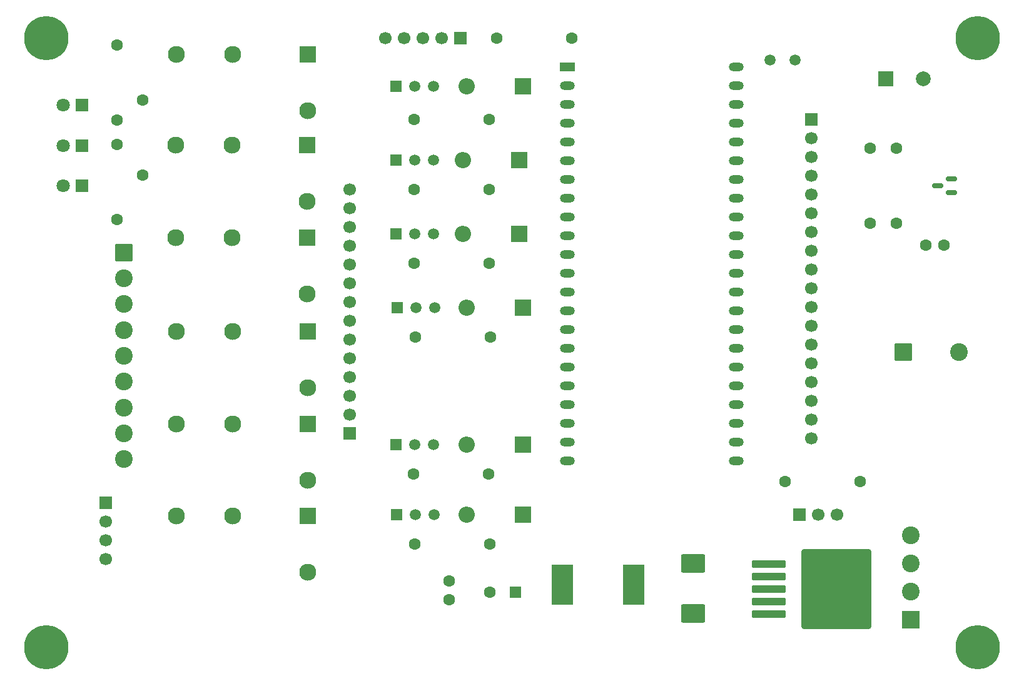
<source format=gbr>
%TF.GenerationSoftware,KiCad,Pcbnew,9.0.6-9.0.6~ubuntu22.04.1*%
%TF.CreationDate,2025-12-16T23:20:01-06:00*%
%TF.ProjectId,ESP32-DevKitC3-Simple-Thermostat-PCB,45535033-322d-4446-9576-4b697443332d,rev?*%
%TF.SameCoordinates,Original*%
%TF.FileFunction,Soldermask,Top*%
%TF.FilePolarity,Negative*%
%FSLAX46Y46*%
G04 Gerber Fmt 4.6, Leading zero omitted, Abs format (unit mm)*
G04 Created by KiCad (PCBNEW 9.0.6-9.0.6~ubuntu22.04.1) date 2025-12-16 23:20:01*
%MOMM*%
%LPD*%
G01*
G04 APERTURE LIST*
G04 Aperture macros list*
%AMRoundRect*
0 Rectangle with rounded corners*
0 $1 Rounding radius*
0 $2 $3 $4 $5 $6 $7 $8 $9 X,Y pos of 4 corners*
0 Add a 4 corners polygon primitive as box body*
4,1,4,$2,$3,$4,$5,$6,$7,$8,$9,$2,$3,0*
0 Add four circle primitives for the rounded corners*
1,1,$1+$1,$2,$3*
1,1,$1+$1,$4,$5*
1,1,$1+$1,$6,$7*
1,1,$1+$1,$8,$9*
0 Add four rect primitives between the rounded corners*
20,1,$1+$1,$2,$3,$4,$5,0*
20,1,$1+$1,$4,$5,$6,$7,0*
20,1,$1+$1,$6,$7,$8,$9,0*
20,1,$1+$1,$8,$9,$2,$3,0*%
G04 Aperture macros list end*
%ADD10C,1.600000*%
%ADD11C,6.000000*%
%ADD12R,2.300000X2.300000*%
%ADD13C,2.300000*%
%ADD14R,1.500000X1.500000*%
%ADD15C,1.500000*%
%ADD16R,1.800000X1.800000*%
%ADD17C,1.800000*%
%ADD18RoundRect,0.150000X0.587500X0.150000X-0.587500X0.150000X-0.587500X-0.150000X0.587500X-0.150000X0*%
%ADD19RoundRect,0.250001X-0.949999X0.949999X-0.949999X-0.949999X0.949999X-0.949999X0.949999X0.949999X0*%
%ADD20C,2.400000*%
%ADD21R,2.200000X2.200000*%
%ADD22O,2.200000X2.200000*%
%ADD23R,1.700000X1.700000*%
%ADD24C,1.700000*%
%ADD25R,2.000000X2.000000*%
%ADD26C,2.000000*%
%ADD27RoundRect,0.250000X0.550000X0.550000X-0.550000X0.550000X-0.550000X-0.550000X0.550000X-0.550000X0*%
%ADD28R,2.400000X2.400000*%
%ADD29R,2.000000X1.200000*%
%ADD30O,2.000000X1.200000*%
%ADD31RoundRect,0.250000X-2.050000X-0.300000X2.050000X-0.300000X2.050000X0.300000X-2.050000X0.300000X0*%
%ADD32RoundRect,0.250002X-4.449998X-5.149998X4.449998X-5.149998X4.449998X5.149998X-4.449998X5.149998X0*%
%ADD33RoundRect,0.250000X-1.400000X-1.000000X1.400000X-1.000000X1.400000X1.000000X-1.400000X1.000000X0*%
%ADD34R,2.900000X5.400000*%
%ADD35RoundRect,0.250001X-0.949999X-0.949999X0.949999X-0.949999X0.949999X0.949999X-0.949999X0.949999X0*%
G04 APERTURE END LIST*
D10*
%TO.C,R11*%
X34500000Y-56080000D03*
X34500000Y-45920000D03*
%TD*%
D11*
%TO.C,H3*%
X151000000Y-114000000D03*
%TD*%
D10*
%TO.C,R10*%
X85920000Y-31500000D03*
X96080000Y-31500000D03*
%TD*%
D12*
%TO.C,K1*%
X60375000Y-33700000D03*
D13*
X50215000Y-33700000D03*
X42595000Y-33700000D03*
X60375000Y-41320000D03*
%TD*%
D14*
%TO.C,Q3*%
X72270000Y-58000000D03*
D15*
X74810000Y-58000000D03*
X77350000Y-58000000D03*
%TD*%
D10*
%TO.C,R8*%
X140000000Y-56580000D03*
X140000000Y-46420000D03*
%TD*%
D16*
%TO.C,D10*%
X29770000Y-46030000D03*
D17*
X27230000Y-46030000D03*
%TD*%
D18*
%TO.C,Q7*%
X147500000Y-52450000D03*
X147500000Y-50550000D03*
X145625000Y-51500000D03*
%TD*%
D12*
%TO.C,K6*%
X60375000Y-96200000D03*
D13*
X50215000Y-96200000D03*
X42595000Y-96200000D03*
X60375000Y-103820000D03*
%TD*%
D19*
%TO.C,J2*%
X35500000Y-60500000D03*
D20*
X35500000Y-64000000D03*
X35500000Y-67500000D03*
X35500000Y-71000000D03*
X35500000Y-74500000D03*
X35500000Y-78000000D03*
X35500000Y-81500000D03*
X35500000Y-85000000D03*
X35500000Y-88500000D03*
%TD*%
D21*
%TO.C,D4*%
X89500000Y-68000000D03*
D22*
X81880000Y-68000000D03*
%TD*%
D23*
%TO.C,J1*%
X128500000Y-42520000D03*
D24*
X128500000Y-45060000D03*
X128500000Y-47600000D03*
X128500000Y-50140000D03*
X128500000Y-52680000D03*
X128500000Y-55220000D03*
X128500000Y-57760000D03*
X128500000Y-60300000D03*
X128500000Y-62840000D03*
X128500000Y-65380000D03*
X128500000Y-67920000D03*
X128500000Y-70460000D03*
X128500000Y-73000000D03*
X128500000Y-75540000D03*
X128500000Y-78080000D03*
X128500000Y-80620000D03*
X128500000Y-83160000D03*
X128500000Y-85700000D03*
%TD*%
D11*
%TO.C,H2*%
X25000000Y-114000000D03*
%TD*%
D16*
%TO.C,D11*%
X29770000Y-40560000D03*
D17*
X27230000Y-40560000D03*
%TD*%
D10*
%TO.C,C6*%
X146500000Y-59500000D03*
X144000000Y-59500000D03*
%TD*%
%TO.C,R13*%
X38000000Y-50080000D03*
X38000000Y-39920000D03*
%TD*%
%TO.C,R7*%
X124920000Y-91500000D03*
X135080000Y-91500000D03*
%TD*%
D14*
%TO.C,Q4*%
X72460000Y-68000000D03*
D15*
X75000000Y-68000000D03*
X77540000Y-68000000D03*
%TD*%
D21*
%TO.C,D3*%
X89000000Y-58000000D03*
D22*
X81380000Y-58000000D03*
%TD*%
D21*
%TO.C,D2*%
X89000000Y-48000000D03*
D22*
X81380000Y-48000000D03*
%TD*%
D14*
%TO.C,Q5*%
X72310000Y-86500000D03*
D15*
X74850000Y-86500000D03*
X77390000Y-86500000D03*
%TD*%
D12*
%TO.C,K5*%
X60375000Y-83700000D03*
D13*
X50215000Y-83700000D03*
X42595000Y-83700000D03*
X60375000Y-91320000D03*
%TD*%
D10*
%TO.C,R1*%
X74730000Y-42500000D03*
X84890000Y-42500000D03*
%TD*%
D21*
%TO.C,D5*%
X89500000Y-86500000D03*
D22*
X81880000Y-86500000D03*
%TD*%
D25*
%TO.C,BZ1*%
X138629200Y-37000000D03*
D26*
X143629200Y-37000000D03*
%TD*%
D12*
%TO.C,K2*%
X60280000Y-46000000D03*
D13*
X50120000Y-46000000D03*
X42500000Y-46000000D03*
X60280000Y-53620000D03*
%TD*%
D10*
%TO.C,R6*%
X74840000Y-100000000D03*
X85000000Y-100000000D03*
%TD*%
D11*
%TO.C,H1*%
X25000000Y-31500000D03*
%TD*%
D10*
%TO.C,R5*%
X74650000Y-90500000D03*
X84810000Y-90500000D03*
%TD*%
%TO.C,R3*%
X74730000Y-62000000D03*
X84890000Y-62000000D03*
%TD*%
D27*
%TO.C,C8*%
X88500000Y-106500000D03*
D10*
X85000000Y-106500000D03*
%TD*%
D28*
%TO.C,D7*%
X142000000Y-110200000D03*
D20*
X142000000Y-106390000D03*
X142000000Y-102580000D03*
X142000000Y-98770000D03*
%TD*%
D29*
%TO.C,U1*%
X95500000Y-35360000D03*
D30*
X95500000Y-37900000D03*
X95500000Y-40440000D03*
X95500000Y-42980000D03*
X95500000Y-45520000D03*
X95500000Y-48060000D03*
X95500000Y-50600000D03*
X95500000Y-53140000D03*
X95500000Y-55680000D03*
X95500000Y-58220000D03*
X95500000Y-60760000D03*
X95500000Y-63300000D03*
X95500000Y-65840000D03*
X95500000Y-68380000D03*
X95500000Y-70920000D03*
X95500000Y-73460000D03*
X95500000Y-76000000D03*
X95500000Y-78540000D03*
X95500000Y-81080000D03*
X95496320Y-83617280D03*
X95496320Y-86157280D03*
X95496320Y-88697280D03*
X118360000Y-88700000D03*
X118360000Y-86160000D03*
X118360000Y-83620000D03*
X118360000Y-81080000D03*
X118360000Y-78540000D03*
X118360000Y-76000000D03*
X118360000Y-73460000D03*
X118360000Y-70920000D03*
X118360000Y-68380000D03*
X118360000Y-65840000D03*
X118360000Y-63300000D03*
X118360000Y-60760000D03*
X118360000Y-58220000D03*
X118360000Y-55680000D03*
X118360000Y-53140000D03*
X118360000Y-50600000D03*
X118360000Y-48060000D03*
X118360000Y-45520000D03*
X118360000Y-42980000D03*
X118360000Y-40440000D03*
X118360000Y-37900000D03*
X118360000Y-35360000D03*
%TD*%
D31*
%TO.C,U2*%
X122775000Y-102700000D03*
X122775000Y-104400000D03*
X122775000Y-106100000D03*
D32*
X131925000Y-106100000D03*
D31*
X122775000Y-107800000D03*
X122775000Y-109500000D03*
%TD*%
D14*
%TO.C,Q1*%
X72270000Y-38000000D03*
D15*
X74810000Y-38000000D03*
X77350000Y-38000000D03*
%TD*%
D21*
%TO.C,D1*%
X89500000Y-38000000D03*
D22*
X81880000Y-38000000D03*
%TD*%
D14*
%TO.C,Q6*%
X72380000Y-96000000D03*
D15*
X74920000Y-96000000D03*
X77460000Y-96000000D03*
%TD*%
D23*
%TO.C,J3*%
X126920000Y-96000000D03*
D24*
X129460000Y-96000000D03*
X132000000Y-96000000D03*
%TD*%
D10*
%TO.C,R9*%
X136500000Y-56580000D03*
X136500000Y-46420000D03*
%TD*%
D21*
%TO.C,D6*%
X89500000Y-96000000D03*
D22*
X81880000Y-96000000D03*
%TD*%
D10*
%TO.C,R14*%
X34500000Y-42580000D03*
X34500000Y-32420000D03*
%TD*%
%TO.C,R2*%
X74730000Y-52000000D03*
X84890000Y-52000000D03*
%TD*%
D12*
%TO.C,K4*%
X60375000Y-71200000D03*
D13*
X50215000Y-71200000D03*
X42595000Y-71200000D03*
X60375000Y-78820000D03*
%TD*%
D12*
%TO.C,K3*%
X60280000Y-58500000D03*
D13*
X50120000Y-58500000D03*
X42500000Y-58500000D03*
X60280000Y-66120000D03*
%TD*%
D10*
%TO.C,C9*%
X79500000Y-107500000D03*
X79500000Y-105000000D03*
%TD*%
D14*
%TO.C,Q2*%
X72270000Y-48000000D03*
D15*
X74810000Y-48000000D03*
X77350000Y-48000000D03*
%TD*%
D33*
%TO.C,D8*%
X112500000Y-102600000D03*
X112500000Y-109400000D03*
%TD*%
D11*
%TO.C,H4*%
X151000000Y-31500000D03*
%TD*%
D10*
%TO.C,R4*%
X74920000Y-72000000D03*
X85080000Y-72000000D03*
%TD*%
D34*
%TO.C,L1*%
X94800000Y-105500000D03*
X104500000Y-105500000D03*
%TD*%
D35*
%TO.C,C5*%
X140987200Y-74000000D03*
D20*
X148487200Y-74000000D03*
%TD*%
D16*
%TO.C,D9*%
X29770000Y-51500000D03*
D17*
X27230000Y-51500000D03*
%TD*%
D23*
%TO.C,J4*%
X66000000Y-85040000D03*
D24*
X66000000Y-82500000D03*
X66000000Y-79960000D03*
X66000000Y-77420000D03*
X66000000Y-74880000D03*
X66000000Y-72340000D03*
X66000000Y-69800000D03*
X66000000Y-67260000D03*
X66000000Y-64720000D03*
X66000000Y-62180000D03*
X66000000Y-59640000D03*
X66000000Y-57100000D03*
X66000000Y-54560000D03*
X66000000Y-52020000D03*
%TD*%
D23*
%TO.C,J6*%
X81040000Y-31500000D03*
D24*
X78500000Y-31500000D03*
X75960000Y-31500000D03*
X73420000Y-31500000D03*
X70880000Y-31500000D03*
%TD*%
D15*
%TO.C,R12*%
X126300000Y-34500000D03*
X122900000Y-34500000D03*
%TD*%
D23*
%TO.C,J5*%
X33000000Y-94420000D03*
D24*
X33000000Y-96960000D03*
X33000000Y-99500000D03*
X33000000Y-102040000D03*
%TD*%
M02*

</source>
